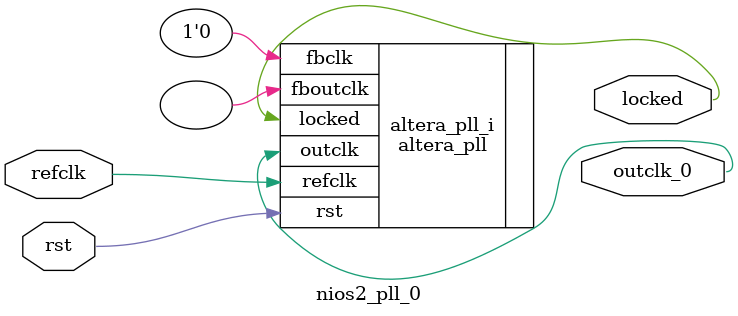
<source format=v>
`timescale 1ns/10ps
module  nios2_pll_0(

	// interface 'refclk'
	input wire refclk,

	// interface 'reset'
	input wire rst,

	// interface 'outclk0'
	output wire outclk_0,

	// interface 'locked'
	output wire locked
);

	altera_pll #(
		.fractional_vco_multiplier("false"),
		.reference_clock_frequency("200.0 MHz"),
		.operation_mode("direct"),
		.number_of_clocks(1),
		.output_clock_frequency0("200.000000 MHz"),
		.phase_shift0("0 ps"),
		.duty_cycle0(50),
		.output_clock_frequency1("0 MHz"),
		.phase_shift1("0 ps"),
		.duty_cycle1(50),
		.output_clock_frequency2("0 MHz"),
		.phase_shift2("0 ps"),
		.duty_cycle2(50),
		.output_clock_frequency3("0 MHz"),
		.phase_shift3("0 ps"),
		.duty_cycle3(50),
		.output_clock_frequency4("0 MHz"),
		.phase_shift4("0 ps"),
		.duty_cycle4(50),
		.output_clock_frequency5("0 MHz"),
		.phase_shift5("0 ps"),
		.duty_cycle5(50),
		.output_clock_frequency6("0 MHz"),
		.phase_shift6("0 ps"),
		.duty_cycle6(50),
		.output_clock_frequency7("0 MHz"),
		.phase_shift7("0 ps"),
		.duty_cycle7(50),
		.output_clock_frequency8("0 MHz"),
		.phase_shift8("0 ps"),
		.duty_cycle8(50),
		.output_clock_frequency9("0 MHz"),
		.phase_shift9("0 ps"),
		.duty_cycle9(50),
		.output_clock_frequency10("0 MHz"),
		.phase_shift10("0 ps"),
		.duty_cycle10(50),
		.output_clock_frequency11("0 MHz"),
		.phase_shift11("0 ps"),
		.duty_cycle11(50),
		.output_clock_frequency12("0 MHz"),
		.phase_shift12("0 ps"),
		.duty_cycle12(50),
		.output_clock_frequency13("0 MHz"),
		.phase_shift13("0 ps"),
		.duty_cycle13(50),
		.output_clock_frequency14("0 MHz"),
		.phase_shift14("0 ps"),
		.duty_cycle14(50),
		.output_clock_frequency15("0 MHz"),
		.phase_shift15("0 ps"),
		.duty_cycle15(50),
		.output_clock_frequency16("0 MHz"),
		.phase_shift16("0 ps"),
		.duty_cycle16(50),
		.output_clock_frequency17("0 MHz"),
		.phase_shift17("0 ps"),
		.duty_cycle17(50),
		.pll_type("General"),
		.pll_subtype("General")
	) altera_pll_i (
		.rst	(rst),
		.outclk	({outclk_0}),
		.locked	(locked),
		.fboutclk	( ),
		.fbclk	(1'b0),
		.refclk	(refclk)
	);
endmodule


</source>
